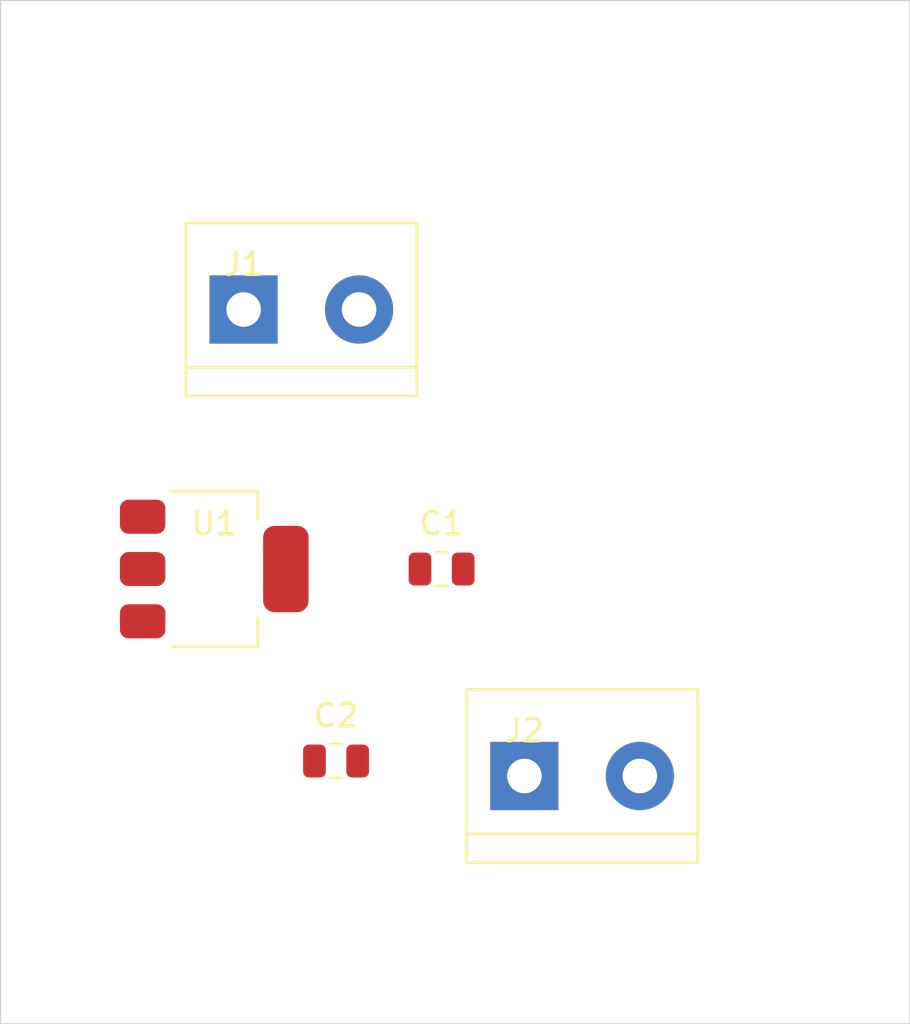
<source format=kicad_pcb>
(kicad_pcb (version 20241229) (generator "pcbnew") (generator_version "9.0")
  (layers (0 "F.Cu" signal) (2 "B.Cu" signal) (13 "F.Paste" user) (15 "B.Paste" user) (5 "F.SilkS" user "F.Silkscreen") (7 "B.SilkS" user "B.Silkscreen") (1 "F.Mask" user) (3 "B.Mask" user) (25 "Edge.Cuts" user))
  (net 0 "")
  (net 1 "GND")
  (net 2 "VIN_5V")
  (net 3 "VOUT_3V3")
  (footprint "Package_TO_SOT_SMD:SOT-223-3_TabPin2" (layer "F.Cu") (at 9.399999999999999 25.0)
    (property "Reference" "U1" (at 0 -2 0) (layer "F.SilkS") (effects (font (size 1.0 1.0))))
    (property "Value" "")
    (fp_line (start -1.85 -3.41) (end 1.91 -3.41) (stroke (width 0.12)) (layer "F.SilkS"))
    (fp_line (start -1.85 3.41) (end 1.91 3.41) (stroke (width 0.12)) (layer "F.SilkS"))
    (fp_line (start 1.91 -3.41) (end 1.91 -2.15) (stroke (width 0.12)) (layer "F.SilkS"))
    (fp_line (start 1.91 3.41) (end 1.91 2.15) (stroke (width 0.12)) (layer "F.SilkS"))
    (pad "1" smd roundrect (at -3.15 -2.3) (size 2.0 1.5) (layers "F.Cu" "F.Mask" "F.Paste") (net 1 "GND"))
    (pad "2" smd roundrect (at -3.15 0.0) (size 2.0 1.5) (layers "F.Cu" "F.Mask" "F.Paste") (net 3 "VOUT_3V3"))
    (pad "2" smd roundrect (at 3.15 0.0) (size 2.0 3.8) (layers "F.Cu" "F.Mask" "F.Paste") (net 3 "VOUT_3V3"))
    (pad "3" smd roundrect (at -3.15 2.3) (size 2.0 1.5) (layers "F.Cu" "F.Mask" "F.Paste") (net 2 "VIN_5V"))
  )
  (footprint "Capacitor_SMD:C_0805_2012Metric" (layer "F.Cu") (at 19.4 25.0)
    (property "Reference" "C1" (at 0 -2 0) (layer "F.SilkS") (effects (font (size 1.0 1.0))))
    (property "Value" "10uF")
    (fp_line (start -0.261252 -0.735) (end 0.261252 -0.735) (stroke (width 0.12)) (layer "F.SilkS"))
    (fp_line (start -0.261252 0.735) (end 0.261252 0.735) (stroke (width 0.12)) (layer "F.SilkS"))
    (pad "1" smd roundrect (at -0.95 0.0) (size 1.0 1.45) (layers "F.Cu" "F.Mask" "F.Paste") (net 2 "VIN_5V"))
    (pad "2" smd roundrect (at 0.95 0.0) (size 1.0 1.45) (layers "F.Cu" "F.Mask" "F.Paste") (net 1 "GND"))
  )
  (footprint "Capacitor_SMD:C_0805_2012Metric" (layer "F.Cu") (at 14.758267949789964 33.44327925502015)
    (property "Reference" "C2" (at 0 -2 0) (layer "F.SilkS") (effects (font (size 1.0 1.0))))
    (property "Value" "22uF")
    (fp_line (start -0.261252 -0.735) (end 0.261252 -0.735) (stroke (width 0.12)) (layer "F.SilkS"))
    (fp_line (start -0.261252 0.735) (end 0.261252 0.735) (stroke (width 0.12)) (layer "F.SilkS"))
    (pad "1" smd roundrect (at -0.95 0.0) (size 1.0 1.45) (layers "F.Cu" "F.Mask" "F.Paste") (net 3 "VOUT_3V3"))
    (pad "2" smd roundrect (at 0.95 0.0) (size 1.0 1.45) (layers "F.Cu" "F.Mask" "F.Paste") (net 1 "GND"))
  )
  (footprint "TerminalBlock:TerminalBlock_bornier-2_P5.08mm" (layer "F.Cu") (at 10.691796067500627 13.587321804458158)
    (property "Reference" "J1" (at 0 -2 0) (layer "F.SilkS") (effects (font (size 1.0 1.0))))
    (property "Value" "")
    (fp_line (start -2.54 -3.81) (end -2.54 3.81) (stroke (width 0.12)) (layer "F.SilkS"))
    (fp_line (start -2.54 3.81) (end 7.62 3.81) (stroke (width 0.12)) (layer "F.SilkS"))
    (fp_line (start 7.62 -3.81) (end -2.54 -3.81) (stroke (width 0.12)) (layer "F.SilkS"))
    (fp_line (start 7.62 2.54) (end -2.54 2.54) (stroke (width 0.12)) (layer "F.SilkS"))
    (fp_line (start 7.62 3.81) (end 7.62 -3.81) (stroke (width 0.12)) (layer "F.SilkS"))
    (pad "1" thru_hole rect (size 3.0 3.0) (layers "*.Cu" "*.Mask") (drill 1.52) (net 2 "VIN_5V"))
    (pad "2" thru_hole circle (at 5.08 0.0) (size 3.0 3.0) (layers "*.Cu" "*.Mask") (drill 1.52) (net 1 "GND"))
  )
  (footprint "TerminalBlock:TerminalBlock_bornier-2_P5.08mm" (layer "F.Cu") (at 23.04167946660619 34.10247934441968)
    (property "Reference" "J2" (at 0 -2 0) (layer "F.SilkS") (effects (font (size 1.0 1.0))))
    (property "Value" "")
    (fp_line (start -2.54 -3.81) (end -2.54 3.81) (stroke (width 0.12)) (layer "F.SilkS"))
    (fp_line (start -2.54 3.81) (end 7.62 3.81) (stroke (width 0.12)) (layer "F.SilkS"))
    (fp_line (start 7.62 -3.81) (end -2.54 -3.81) (stroke (width 0.12)) (layer "F.SilkS"))
    (fp_line (start 7.62 2.54) (end -2.54 2.54) (stroke (width 0.12)) (layer "F.SilkS"))
    (fp_line (start 7.62 3.81) (end 7.62 -3.81) (stroke (width 0.12)) (layer "F.SilkS"))
    (pad "1" thru_hole rect (size 3.0 3.0) (layers "*.Cu" "*.Mask") (drill 1.52) (net 3 "VOUT_3V3"))
    (pad "2" thru_hole circle (at 5.08 0.0) (size 3.0 3.0) (layers "*.Cu" "*.Mask") (drill 1.52) (net 1 "GND"))
  )
  (gr_rect (start 0 0) (end 40.0 45.0) (stroke (width 0.05)) (fill no) (layer "Edge.Cuts"))
)
</source>
